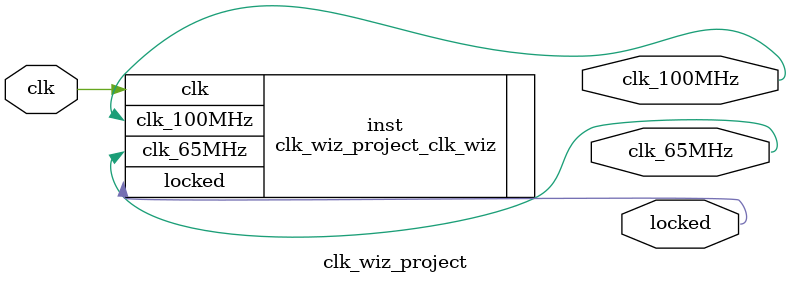
<source format=v>


`timescale 1ps/1ps

(* CORE_GENERATION_INFO = "clk_wiz_project,clk_wiz_v6_0_15_0_0,{component_name=clk_wiz_project,use_phase_alignment=true,use_min_o_jitter=false,use_max_i_jitter=false,use_dyn_phase_shift=false,use_inclk_switchover=false,use_dyn_reconfig=false,enable_axi=0,feedback_source=FDBK_AUTO,PRIMITIVE=MMCM,num_out_clk=2,clkin1_period=10.000,clkin2_period=10.000,use_power_down=false,use_reset=false,use_locked=true,use_inclk_stopped=false,feedback_type=SINGLE,CLOCK_MGR_TYPE=NA,manual_override=false}" *)

module clk_wiz_project 
 (
  // Clock out ports
  output        clk_100MHz,
  output        clk_65MHz,
  // Status and control signals
  output        locked,
 // Clock in ports
  input         clk
 );

  clk_wiz_project_clk_wiz inst
  (
  // Clock out ports  
  .clk_100MHz(clk_100MHz),
  .clk_65MHz(clk_65MHz),
  // Status and control signals               
  .locked(locked),
 // Clock in ports
  .clk(clk)
  );

endmodule

</source>
